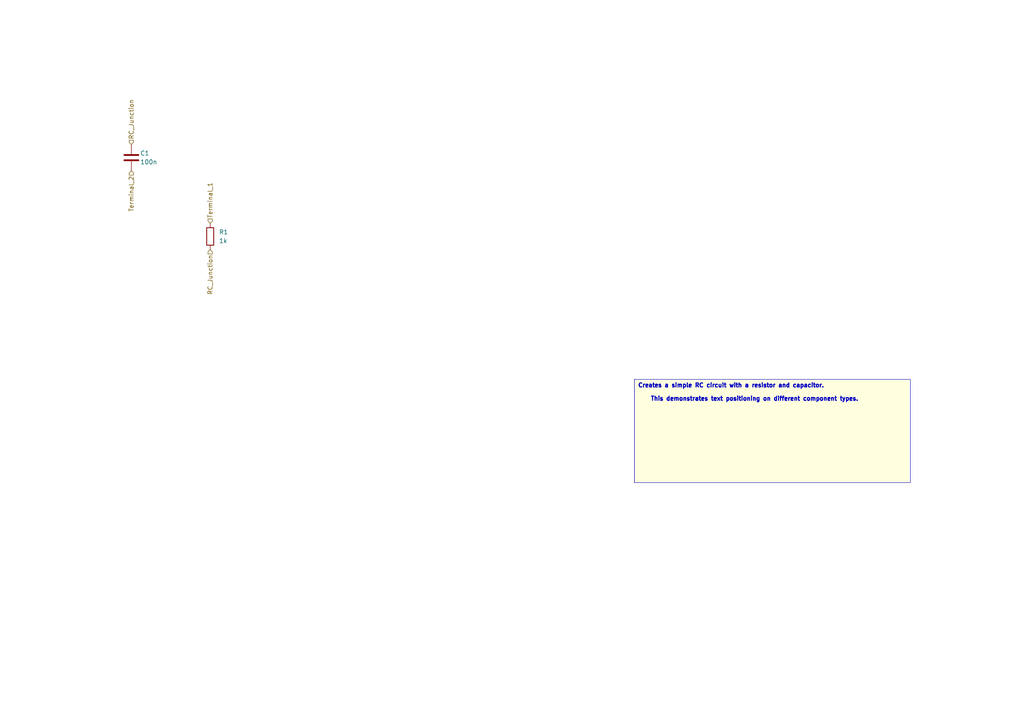
<source format=kicad_sch>
(kicad_sch (version 20250114) (generator "kicad_api") (generator_version 9.0)
  (paper A4)
  (paper A4)
  (lib_symbols
    (symbol "Device:C" (pin_numbers hide) (pin_names (offset 0.254))
      (property "Reference" "C" (at 0.0 0.0 0))
      (property "Value" "C" (at 0.0 0.0 0))
      (symbol "C_0_1"
        (polyline (pts (xy -2.032 0.762) (xy 2.032 0.762)) (stroke (width 0.508)))
        (polyline (pts (xy -2.032 -0.762) (xy 2.032 -0.762)) (stroke (width 0.508)))
      )
      (symbol "C_1_1"
        (pin passive line (at 0.0 3.81 270) (length 2.794) (name ~) (number "1"))
        (pin passive line (at 0.0 -3.81 90) (length 2.794) (name ~) (number "2"))
      )
    )
    (symbol "Device:R" (pin_numbers hide) (pin_names (offset 0.254))
      (property "Reference" "R" (at 0.0 0.0 0))
      (property "Value" "R" (at 0.0 0.0 0))
      (symbol "R_0_1"
        (rectangle (start -1.016 -2.54) (end 1.016 2.54) (stroke (width 0.254)))
      )
      (symbol "R_1_1"
        (pin passive line (at 0.0 3.81 270) (length 1.27) (name ~) (number "1"))
        (pin passive line (at 0.0 -3.81 90) (length 1.27) (name ~) (number "2"))
      )
    )
  )
  (title_block (title rc_circuit) (date 2025-08-02) (company Circuit-Synth))
  (symbol (lib_id Device:R) (at 60.96 68.58 0)
    (property "Reference" "R1" (at 63.5 67.31 0) (effects (justify left)))
    (property "Value" "1k" (at 63.5 69.85 0) (effects (justify left)))
    (property "Footprint" "Resistor_SMD:R_0603_1608Metric" (effects (hide yes)))
    (instances (project "circuit" (path "" (reference R1) (unit 1))) (project "RC_Circuit" (path "" (reference R1) (unit 1))))
  )
  (symbol (lib_id Device:C) (at 38.1 45.72 0)
    (property "Reference" "C1" (at 40.64 44.449999999999996 0) (effects (justify left)))
    (property "Value" "100n" (at 40.64 46.99 0) (effects (justify left)))
    (property "Footprint" "Capacitor_SMD:C_0603_1608Metric" (effects (hide yes)))
    (instances (project "circuit" (path "" (reference C1) (unit 1))) (project "RC_Circuit" (path "" (reference C1) (unit 1))))
  )
  (hierarchical_label Terminal_1 (shape input) (at 60.96 64.77 90))
  (hierarchical_label RC_Junction (shape input) (at 60.96 72.39 270))
  (hierarchical_label RC_Junction (shape input) (at 38.1 41.91 90))
  (hierarchical_label Terminal_2 (shape input) (at 38.1 49.53 270))
  (text_box "Creates a simple RC circuit with a resistor and capacitor.\n    \n    This demonstrates text positioning on different component types." (exclude_from_sim yes) (at 184.0 110.0 0) (size 80.0 30.0) (margins 1.0 1.0 1.0 1.0) (stroke (width 0.1)) (fill (type color) (color 255 255 224 1)) (effects (font (size 1.2 1.2) (thickness 0.254)) (justify left top)))
  (text_box "Creates a simple RC circuit with a resistor and capacitor.\n    \n    This demonstrates text positioning on different component types." (exclude_from_sim yes) (at 184.0 110.0 0) (size 80.0 30.0) (margins 1.0 1.0 1.0 1.0) (stroke (width 0.1)) (fill (type color) (color 255 255 224 1)) (effects (font (size 1.2 1.2) (thickness 0.254)) (justify left top)))
)
</source>
